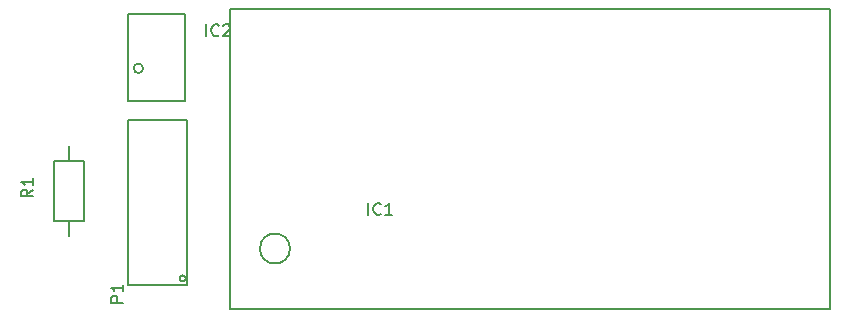
<source format=gto>
G04 #@! TF.FileFunction,Legend,Top*
%FSLAX46Y46*%
G04 Gerber Fmt 4.6, Leading zero omitted, Abs format (unit mm)*
G04 Created by KiCad (PCBNEW 4.0.0-rc2-stable) date 3/7/2016 10:16:44 PM*
%MOMM*%
G01*
G04 APERTURE LIST*
%ADD10C,0.600000*%
%ADD11C,0.150000*%
G04 APERTURE END LIST*
D10*
D11*
X153581100Y-125323600D02*
G75*
G03X153581100Y-125323600I-1270000J0D01*
G01*
X148501100Y-105003600D02*
X148501100Y-130403600D01*
X148501100Y-130403600D02*
X199301100Y-130403600D01*
X199301100Y-130403600D02*
X199301100Y-105003600D01*
X199301100Y-105003600D02*
X148501100Y-105003600D01*
X141155709Y-110070900D02*
G75*
G03X141155709Y-110070900I-401609J0D01*
G01*
X139865100Y-105498900D02*
X139865100Y-112864900D01*
X139865100Y-112864900D02*
X144691100Y-112864900D01*
X144691100Y-112864900D02*
X144691100Y-105498900D01*
X144691100Y-105498900D02*
X139865100Y-105498900D01*
X144741900Y-127850900D02*
G75*
G03X144741900Y-127850900I-254000J0D01*
G01*
X139908400Y-114406400D02*
X144908400Y-114406400D01*
X139908400Y-128406400D02*
X144908400Y-128406400D01*
X139908400Y-128406400D02*
X139908400Y-114406400D01*
X144908400Y-128406400D02*
X144908400Y-114406400D01*
X133604000Y-122961400D02*
X133604000Y-117881400D01*
X133604000Y-117881400D02*
X136144000Y-117881400D01*
X136144000Y-117881400D02*
X136144000Y-122961400D01*
X136144000Y-122961400D02*
X133604000Y-122961400D01*
X134874000Y-122961400D02*
X134874000Y-124231400D01*
X134874000Y-117881400D02*
X134874000Y-116611400D01*
X160224910Y-122465981D02*
X160224910Y-121465981D01*
X161272529Y-122370743D02*
X161224910Y-122418362D01*
X161082053Y-122465981D01*
X160986815Y-122465981D01*
X160843957Y-122418362D01*
X160748719Y-122323124D01*
X160701100Y-122227886D01*
X160653481Y-122037410D01*
X160653481Y-121894552D01*
X160701100Y-121704076D01*
X160748719Y-121608838D01*
X160843957Y-121513600D01*
X160986815Y-121465981D01*
X161082053Y-121465981D01*
X161224910Y-121513600D01*
X161272529Y-121561219D01*
X162224910Y-122465981D02*
X161653481Y-122465981D01*
X161939195Y-122465981D02*
X161939195Y-121465981D01*
X161843957Y-121608838D01*
X161748719Y-121704076D01*
X161653481Y-121751695D01*
X146508910Y-107348281D02*
X146508910Y-106348281D01*
X147556529Y-107253043D02*
X147508910Y-107300662D01*
X147366053Y-107348281D01*
X147270815Y-107348281D01*
X147127957Y-107300662D01*
X147032719Y-107205424D01*
X146985100Y-107110186D01*
X146937481Y-106919710D01*
X146937481Y-106776852D01*
X146985100Y-106586376D01*
X147032719Y-106491138D01*
X147127957Y-106395900D01*
X147270815Y-106348281D01*
X147366053Y-106348281D01*
X147508910Y-106395900D01*
X147556529Y-106443519D01*
X147937481Y-106443519D02*
X147985100Y-106395900D01*
X148080338Y-106348281D01*
X148318434Y-106348281D01*
X148413672Y-106395900D01*
X148461291Y-106443519D01*
X148508910Y-106538757D01*
X148508910Y-106633995D01*
X148461291Y-106776852D01*
X147889862Y-107348281D01*
X148508910Y-107348281D01*
X139441181Y-129897095D02*
X138441181Y-129897095D01*
X138441181Y-129516142D01*
X138488800Y-129420904D01*
X138536419Y-129373285D01*
X138631657Y-129325666D01*
X138774514Y-129325666D01*
X138869752Y-129373285D01*
X138917371Y-129420904D01*
X138964990Y-129516142D01*
X138964990Y-129897095D01*
X139441181Y-128373285D02*
X139441181Y-128944714D01*
X139441181Y-128659000D02*
X138441181Y-128659000D01*
X138584038Y-128754238D01*
X138679276Y-128849476D01*
X138726895Y-128944714D01*
X131826261Y-120339146D02*
X131350070Y-120672480D01*
X131826261Y-120910575D02*
X130826261Y-120910575D01*
X130826261Y-120529622D01*
X130873880Y-120434384D01*
X130921499Y-120386765D01*
X131016737Y-120339146D01*
X131159594Y-120339146D01*
X131254832Y-120386765D01*
X131302451Y-120434384D01*
X131350070Y-120529622D01*
X131350070Y-120910575D01*
X131826261Y-119386765D02*
X131826261Y-119958194D01*
X131826261Y-119672480D02*
X130826261Y-119672480D01*
X130969118Y-119767718D01*
X131064356Y-119862956D01*
X131111975Y-119958194D01*
M02*

</source>
